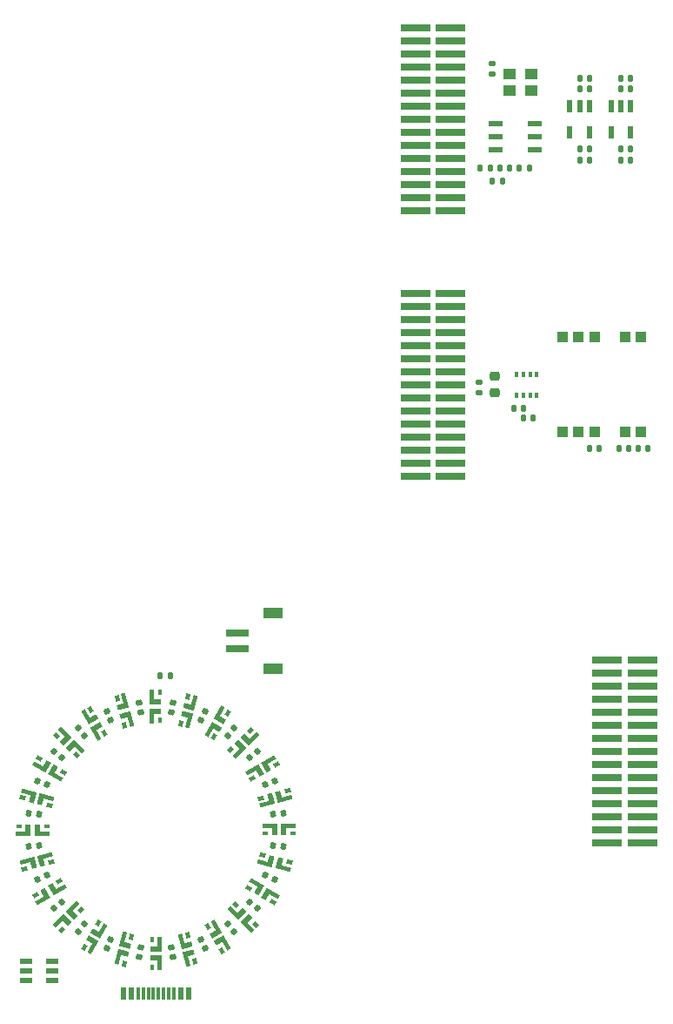
<source format=gbr>
%TF.GenerationSoftware,KiCad,Pcbnew,8.0.3*%
%TF.CreationDate,2024-06-12T08:46:35+02:00*%
%TF.ProjectId,EVT-PCB,4556542d-5043-4422-9e6b-696361645f70,rev?*%
%TF.SameCoordinates,PX3d6aa80PY9402a00*%
%TF.FileFunction,Paste,Top*%
%TF.FilePolarity,Positive*%
%FSLAX46Y46*%
G04 Gerber Fmt 4.6, Leading zero omitted, Abs format (unit mm)*
G04 Created by KiCad (PCBNEW 8.0.3) date 2024-06-12 08:46:35*
%MOMM*%
%LPD*%
G01*
G04 APERTURE LIST*
G04 Aperture macros list*
%AMRoundRect*
0 Rectangle with rounded corners*
0 $1 Rounding radius*
0 $2 $3 $4 $5 $6 $7 $8 $9 X,Y pos of 4 corners*
0 Add a 4 corners polygon primitive as box body*
4,1,4,$2,$3,$4,$5,$6,$7,$8,$9,$2,$3,0*
0 Add four circle primitives for the rounded corners*
1,1,$1+$1,$2,$3*
1,1,$1+$1,$4,$5*
1,1,$1+$1,$6,$7*
1,1,$1+$1,$8,$9*
0 Add four rect primitives between the rounded corners*
20,1,$1+$1,$2,$3,$4,$5,0*
20,1,$1+$1,$4,$5,$6,$7,0*
20,1,$1+$1,$6,$7,$8,$9,0*
20,1,$1+$1,$8,$9,$2,$3,0*%
%AMRotRect*
0 Rectangle, with rotation*
0 The origin of the aperture is its center*
0 $1 length*
0 $2 width*
0 $3 Rotation angle, in degrees counterclockwise*
0 Add horizontal line*
21,1,$1,$2,0,0,$3*%
%AMFreePoly0*
4,1,7,0.787400,-0.304800,0.101600,-0.304800,0.101601,-1.269990,-0.304800,-1.269990,-0.304800,0.203200,0.787400,0.203200,0.787400,-0.304800,0.787400,-0.304800,$1*%
%AMFreePoly1*
4,1,7,0.304800,-1.269990,-0.101601,-1.269990,-0.101600,-0.304800,-0.787400,-0.304800,-0.787400,0.203200,0.304800,0.203200,0.304800,-1.269990,0.304800,-1.269990,$1*%
G04 Aperture macros list end*
%ADD10R,1.900000X1.100000*%
%ADD11R,2.300000X0.700000*%
%ADD12RoundRect,0.218750X0.256250X-0.218750X0.256250X0.218750X-0.256250X0.218750X-0.256250X-0.218750X0*%
%ADD13RoundRect,0.140000X0.140000X0.170000X-0.140000X0.170000X-0.140000X-0.170000X0.140000X-0.170000X0*%
%ADD14FreePoly0,45.000000*%
%ADD15RotRect,0.558800X0.406400X135.000000*%
%ADD16FreePoly1,225.000000*%
%ADD17FreePoly0,345.000000*%
%ADD18RotRect,0.558800X0.406400X75.000000*%
%ADD19FreePoly1,165.000000*%
%ADD20R,2.920000X0.740000*%
%ADD21FreePoly0,255.000000*%
%ADD22RotRect,0.558800X0.406400X345.000000*%
%ADD23FreePoly1,75.000000*%
%ADD24RoundRect,0.140000X0.186819X-0.116613X0.150272X0.160992X-0.186819X0.116613X-0.150272X-0.160992X0*%
%ADD25R,1.346200X0.533400*%
%ADD26R,1.200000X0.600000*%
%ADD27RoundRect,0.140000X-0.220097X0.007580X-0.049643X-0.214559X0.220097X-0.007580X0.049643X0.214559X0*%
%ADD28RoundRect,0.140000X0.103484X-0.194399X0.210635X0.064287X-0.103484X0.194399X-0.210635X-0.064287X0*%
%ADD29R,0.600000X1.200000*%
%ADD30R,1.300000X1.100000*%
%ADD31RoundRect,0.140000X0.064287X0.210635X-0.194399X0.103484X-0.064287X-0.210635X0.194399X-0.103484X0*%
%ADD32RoundRect,0.135000X0.135000X0.185000X-0.135000X0.185000X-0.135000X-0.185000X0.135000X-0.185000X0*%
%ADD33RoundRect,0.140000X-0.170000X0.140000X-0.170000X-0.140000X0.170000X-0.140000X0.170000X0.140000X0*%
%ADD34FreePoly0,270.000000*%
%ADD35R,0.558800X0.406400*%
%ADD36FreePoly1,90.000000*%
%ADD37FreePoly0,240.000000*%
%ADD38RotRect,0.558800X0.406400X330.000000*%
%ADD39FreePoly1,60.000000*%
%ADD40R,1.000000X1.000000*%
%ADD41RoundRect,0.140000X-0.210635X0.064287X-0.103484X-0.194399X0.210635X-0.064287X0.103484X0.194399X0*%
%ADD42FreePoly0,120.000000*%
%ADD43RotRect,0.558800X0.406400X210.000000*%
%ADD44FreePoly1,300.000000*%
%ADD45FreePoly0,90.000000*%
%ADD46FreePoly1,270.000000*%
%ADD47FreePoly0,165.000000*%
%ADD48RotRect,0.558800X0.406400X255.000000*%
%ADD49FreePoly1,345.000000*%
%ADD50FreePoly0,195.000000*%
%ADD51RotRect,0.558800X0.406400X285.000000*%
%ADD52FreePoly1,15.000000*%
%ADD53R,0.600000X1.150000*%
%ADD54R,0.300000X1.150000*%
%ADD55R,0.350000X0.500000*%
%ADD56RoundRect,0.140000X-0.049643X0.214559X-0.220097X-0.007580X0.049643X-0.214559X0.220097X0.007580X0*%
%ADD57RoundRect,0.140000X-0.116613X-0.186819X0.160992X-0.150272X0.116613X0.186819X-0.160992X0.150272X0*%
%ADD58FreePoly0,75.000000*%
%ADD59RotRect,0.558800X0.406400X165.000000*%
%ADD60FreePoly1,255.000000*%
%ADD61RoundRect,0.140000X0.049643X-0.214559X0.220097X0.007580X-0.049643X0.214559X-0.220097X-0.007580X0*%
%ADD62FreePoly0,210.000000*%
%ADD63RotRect,0.558800X0.406400X300.000000*%
%ADD64FreePoly1,30.000000*%
%ADD65FreePoly0,0.000000*%
%ADD66R,0.406400X0.558800*%
%ADD67FreePoly1,180.000000*%
%ADD68FreePoly0,330.000000*%
%ADD69RotRect,0.558800X0.406400X60.000000*%
%ADD70FreePoly1,150.000000*%
%ADD71RoundRect,0.140000X0.220097X-0.007580X0.049643X0.214559X-0.220097X0.007580X-0.049643X-0.214559X0*%
%ADD72RoundRect,0.140000X-0.103484X0.194399X-0.210635X-0.064287X0.103484X-0.194399X0.210635X0.064287X0*%
%ADD73RoundRect,0.140000X-0.007580X-0.220097X0.214559X-0.049643X0.007580X0.220097X-0.214559X0.049643X0*%
%ADD74RoundRect,0.135000X-0.185000X0.135000X-0.185000X-0.135000X0.185000X-0.135000X0.185000X0.135000X0*%
%ADD75RoundRect,0.140000X0.210635X-0.064287X0.103484X0.194399X-0.210635X0.064287X-0.103484X-0.194399X0*%
%ADD76RoundRect,0.140000X0.007580X0.220097X-0.214559X0.049643X-0.007580X-0.220097X0.214559X-0.049643X0*%
%ADD77RoundRect,0.140000X-0.214559X-0.049643X0.007580X-0.220097X0.214559X0.049643X-0.007580X0.220097X0*%
%ADD78RoundRect,0.140000X0.116613X0.186819X-0.160992X0.150272X-0.116613X-0.186819X0.160992X-0.150272X0*%
%ADD79FreePoly0,30.000000*%
%ADD80RotRect,0.558800X0.406400X120.000000*%
%ADD81FreePoly1,210.000000*%
%ADD82FreePoly0,315.000000*%
%ADD83RotRect,0.558800X0.406400X45.000000*%
%ADD84FreePoly1,135.000000*%
%ADD85RoundRect,0.140000X-0.140000X-0.170000X0.140000X-0.170000X0.140000X0.170000X-0.140000X0.170000X0*%
%ADD86RoundRect,0.140000X0.150272X-0.160992X0.186819X0.116613X-0.150272X0.160992X-0.186819X-0.116613X0*%
%ADD87FreePoly0,15.000000*%
%ADD88RotRect,0.558800X0.406400X105.000000*%
%ADD89FreePoly1,195.000000*%
%ADD90FreePoly0,300.000000*%
%ADD91RotRect,0.558800X0.406400X30.000000*%
%ADD92FreePoly1,120.000000*%
%ADD93RoundRect,0.140000X-0.064287X-0.210635X0.194399X-0.103484X0.064287X0.210635X-0.194399X0.103484X0*%
%ADD94RoundRect,0.140000X-0.194399X-0.103484X0.064287X-0.210635X0.194399X0.103484X-0.064287X0.210635X0*%
%ADD95FreePoly0,135.000000*%
%ADD96RotRect,0.558800X0.406400X225.000000*%
%ADD97FreePoly1,315.000000*%
%ADD98FreePoly0,150.000000*%
%ADD99RotRect,0.558800X0.406400X240.000000*%
%ADD100FreePoly1,330.000000*%
%ADD101RoundRect,0.140000X0.160992X0.150272X-0.116613X0.186819X-0.160992X-0.150272X0.116613X-0.186819X0*%
%ADD102RoundRect,0.140000X0.214559X0.049643X-0.007580X0.220097X-0.214559X-0.049643X0.007580X-0.220097X0*%
%ADD103FreePoly0,285.000000*%
%ADD104RotRect,0.558800X0.406400X15.000000*%
%ADD105FreePoly1,105.000000*%
%ADD106FreePoly0,105.000000*%
%ADD107RotRect,0.558800X0.406400X195.000000*%
%ADD108FreePoly1,285.000000*%
%ADD109RoundRect,0.140000X-0.186819X0.116613X-0.150272X-0.160992X0.186819X-0.116613X0.150272X0.160992X0*%
%ADD110FreePoly0,60.000000*%
%ADD111RotRect,0.558800X0.406400X150.000000*%
%ADD112FreePoly1,240.000000*%
%ADD113RoundRect,0.140000X-0.160992X-0.150272X0.116613X-0.186819X0.160992X0.150272X-0.116613X0.186819X0*%
%ADD114RoundRect,0.140000X0.194399X0.103484X-0.064287X0.210635X-0.194399X-0.103484X0.064287X-0.210635X0*%
%ADD115RoundRect,0.140000X-0.150272X0.160992X-0.186819X-0.116613X0.150272X-0.160992X0.186819X0.116613X0*%
%ADD116FreePoly0,180.000000*%
%ADD117FreePoly1,0.000000*%
%ADD118FreePoly0,225.000000*%
%ADD119RotRect,0.558800X0.406400X315.000000*%
%ADD120FreePoly1,45.000000*%
G04 APERTURE END LIST*
D10*
%TO.C,J401*%
X38700000Y43000000D03*
X38700000Y37600000D03*
D11*
X35200000Y39550000D03*
X35200000Y41050000D03*
%TD*%
D12*
%TO.C,D1201*%
X60250000Y64412500D03*
X60250000Y65987500D03*
%TD*%
D13*
%TO.C,C1202*%
X73330000Y59000000D03*
X72370000Y59000000D03*
%TD*%
D14*
%TO.C,D510*%
X35864799Y12983667D03*
D15*
X36986832Y12707082D03*
X35077644Y14616270D03*
D16*
X35356557Y13493545D03*
%TD*%
D17*
%TO.C,D514*%
X23860628Y10024501D03*
D18*
X24182115Y8914499D03*
X24880926Y11522498D03*
D19*
X24048075Y10719590D03*
%TD*%
D20*
%TO.C,J1101*%
X52553000Y99890000D03*
X55983000Y99890000D03*
X52553000Y98620000D03*
X55983000Y98620000D03*
X52553000Y97350000D03*
X55983000Y97350000D03*
X52553000Y96080000D03*
X55983000Y96080000D03*
X52553000Y94810000D03*
X55983000Y94810000D03*
X52553000Y93540000D03*
X55983000Y93540000D03*
X52553000Y92270000D03*
X55983000Y92270000D03*
X52553000Y91000000D03*
X55983000Y91000000D03*
X52553000Y89730000D03*
X55983000Y89730000D03*
X52553000Y88460000D03*
X55983000Y88460000D03*
X52553000Y87190000D03*
X55983000Y87190000D03*
X52553000Y85920000D03*
X55983000Y85920000D03*
X52553000Y84650000D03*
X55983000Y84650000D03*
X52553000Y83380000D03*
X55983000Y83380000D03*
X52553000Y82110000D03*
X55983000Y82110000D03*
%TD*%
D21*
%TO.C,D520*%
X15424500Y25339372D03*
D22*
X14314498Y25017885D03*
X16922497Y24319074D03*
D23*
X16119589Y25151925D03*
%TD*%
D24*
%TO.C,C527*%
X25796338Y33321441D03*
X25671032Y34273235D03*
%TD*%
D25*
%TO.C,U1104*%
X60345000Y90570000D03*
X60345000Y89300000D03*
X60345000Y88030000D03*
X64155000Y88030000D03*
X64155000Y89300000D03*
X64155000Y90570000D03*
%TD*%
D13*
%TO.C,C1106*%
X61730000Y86300000D03*
X60770000Y86300000D03*
%TD*%
D26*
%TO.C,D301*%
X17150000Y7250000D03*
X17150000Y8200000D03*
X17150000Y9150000D03*
X14650000Y9150000D03*
X14650000Y8200000D03*
X14650000Y7250000D03*
%TD*%
D27*
%TO.C,C513*%
X34312932Y12760569D03*
X34897342Y11998951D03*
%TD*%
D28*
%TO.C,C505*%
X31708513Y32543093D03*
X32075889Y33430017D03*
%TD*%
D29*
%TO.C,U1101*%
X69500000Y92250000D03*
X68550000Y92250000D03*
X67600000Y92250000D03*
X67600000Y89750000D03*
X69500000Y89750000D03*
%TD*%
D30*
%TO.C,X1101*%
X63800000Y95425000D03*
X61700000Y95425000D03*
X61700000Y93775000D03*
X63800000Y93775000D03*
%TD*%
D31*
%TO.C,C508*%
X38830016Y26675889D03*
X37943092Y26308513D03*
%TD*%
D32*
%TO.C,R1101*%
X63660000Y86300000D03*
X62640000Y86300000D03*
%TD*%
D33*
%TO.C,C1101*%
X60000000Y96380000D03*
X60000000Y95420000D03*
%TD*%
D34*
%TO.C,D507*%
X38938973Y22148572D03*
D35*
X37950000Y21550750D03*
X40650000Y21550750D03*
D36*
X39658892Y22147415D03*
%TD*%
D37*
%TO.C,D509*%
X37503931Y16295783D03*
D38*
X36348545Y16272541D03*
X38686813Y14922541D03*
D39*
X38126821Y15934822D03*
%TD*%
D40*
%TO.C,U1201*%
X74550000Y69825000D03*
X72950000Y69825000D03*
X70050000Y69825000D03*
X68450000Y69825000D03*
X66850000Y69825000D03*
X66850000Y60575000D03*
X68450000Y60575000D03*
X70050000Y60575000D03*
X72950000Y60575000D03*
X74550000Y60575000D03*
%TD*%
D13*
%TO.C,C1108*%
X73500000Y93925000D03*
X72540000Y93925000D03*
%TD*%
D41*
%TO.C,C526*%
X22524110Y33430017D03*
X22891486Y32543093D03*
%TD*%
D42*
%TO.C,D517*%
X17344640Y15865244D03*
D43*
X17902204Y16877459D03*
X15563936Y15527459D03*
D44*
X16720593Y15506286D03*
%TD*%
D13*
%TO.C,C1206*%
X64035000Y61975000D03*
X63075000Y61975000D03*
%TD*%
D45*
%TO.C,D519*%
X15661027Y21651428D03*
D35*
X16650000Y22249250D03*
X13950000Y22249250D03*
D46*
X14941108Y21652585D03*
%TD*%
D47*
%TO.C,D502*%
X30739371Y33775500D03*
D48*
X30417884Y34885502D03*
X29719073Y32277503D03*
D49*
X30551924Y33080411D03*
%TD*%
D50*
%TO.C,D524*%
X24340831Y33904170D03*
D51*
X23507416Y34704717D03*
X24206227Y32096718D03*
D52*
X24526044Y33208483D03*
%TD*%
D53*
%TO.C,J301*%
X24100000Y5980000D03*
X24900000Y5980000D03*
D54*
X26050000Y5980000D03*
X27050000Y5980000D03*
X27550000Y5980000D03*
X28550000Y5980000D03*
D53*
X30500000Y5980000D03*
X29700000Y5980000D03*
D54*
X29050000Y5980000D03*
X28050000Y5980000D03*
X26550000Y5980000D03*
X25550000Y5980000D03*
%TD*%
D13*
%TO.C,C1107*%
X73500000Y95000000D03*
X72540000Y95000000D03*
%TD*%
%TO.C,C1109*%
X73500000Y88125000D03*
X72540000Y88125000D03*
%TD*%
D55*
%TO.C,U1202*%
X62425000Y66225000D03*
X63075000Y66225000D03*
X63725000Y66225000D03*
X64375000Y66225000D03*
X64375000Y64175000D03*
X63725000Y64175000D03*
X63075000Y64175000D03*
X62425000Y64175000D03*
%TD*%
D56*
%TO.C,C506*%
X34897342Y31801049D03*
X34312932Y31039431D03*
%TD*%
D57*
%TO.C,C509*%
X38721444Y23403663D03*
X39673230Y23528967D03*
%TD*%
D58*
%TO.C,D508*%
X39175499Y18460629D03*
D59*
X40285501Y18782116D03*
X37677502Y19480927D03*
D60*
X38480410Y18648076D03*
%TD*%
D29*
%TO.C,U1103*%
X73500000Y92250000D03*
X72550000Y92250000D03*
X71600000Y92250000D03*
X71600000Y89750000D03*
X73500000Y89750000D03*
%TD*%
D61*
%TO.C,C518*%
X19702658Y11998952D03*
X20287068Y12760570D03*
%TD*%
D62*
%TO.C,D511*%
X33334756Y11944641D03*
D63*
X32322541Y12502205D03*
X33672541Y10163937D03*
D64*
X33693714Y11320594D03*
%TD*%
D65*
%TO.C,D501*%
X27051428Y33538973D03*
D66*
X27649250Y32550000D03*
X27649250Y35250000D03*
D67*
X27052585Y34258892D03*
%TD*%
D20*
%TO.C,J1303*%
X74647000Y20660000D03*
X71217000Y20660000D03*
X74647000Y21930000D03*
X71217000Y21930000D03*
X74647000Y23200000D03*
X71217000Y23200000D03*
X74647000Y24470000D03*
X71217000Y24470000D03*
X74647000Y25740000D03*
X71217000Y25740000D03*
X74647000Y27010000D03*
X71217000Y27010000D03*
X74647000Y28280000D03*
X71217000Y28280000D03*
X74647000Y29550000D03*
X71217000Y29550000D03*
X74647000Y30820000D03*
X71217000Y30820000D03*
X74647000Y32090000D03*
X71217000Y32090000D03*
X74647000Y33360000D03*
X71217000Y33360000D03*
X74647000Y34630000D03*
X71217000Y34630000D03*
X74647000Y35900000D03*
X71217000Y35900000D03*
X74647000Y37170000D03*
X71217000Y37170000D03*
X74647000Y38440000D03*
X71217000Y38440000D03*
%TD*%
D68*
%TO.C,D503*%
X32904217Y32103932D03*
D69*
X32927459Y30948546D03*
X34277459Y33286814D03*
D70*
X33265178Y32726822D03*
%TD*%
D71*
%TO.C,C525*%
X20287067Y31039432D03*
X19702657Y31801050D03*
%TD*%
D72*
%TO.C,C517*%
X22891486Y11256909D03*
X22524110Y10369985D03*
%TD*%
D73*
%TO.C,C507*%
X36439431Y28912933D03*
X37201049Y29497343D03*
%TD*%
D74*
%TO.C,R1201*%
X58800000Y65430000D03*
X58800000Y64410000D03*
%TD*%
D75*
%TO.C,C514*%
X32075889Y10369984D03*
X31708513Y11256908D03*
%TD*%
D76*
%TO.C,C519*%
X18160568Y14887068D03*
X17398950Y14302658D03*
%TD*%
D13*
%TO.C,C1104*%
X69500000Y88125000D03*
X68540000Y88125000D03*
%TD*%
D77*
%TO.C,C524*%
X17398951Y29497342D03*
X18160569Y28912932D03*
%TD*%
D78*
%TO.C,C521*%
X15878555Y20396338D03*
X14926769Y20271034D03*
%TD*%
D79*
%TO.C,D523*%
X21265243Y31855360D03*
D80*
X22277458Y31297796D03*
X20927458Y33636064D03*
D81*
X20906285Y32479407D03*
%TD*%
D82*
%TO.C,D516*%
X18383666Y13335201D03*
D83*
X18107081Y12213168D03*
X20016269Y14122356D03*
D84*
X18893544Y13843443D03*
%TD*%
D20*
%TO.C,J1201*%
X52553000Y74090000D03*
X55983000Y74090000D03*
X52553000Y72820000D03*
X55983000Y72820000D03*
X52553000Y71550000D03*
X55983000Y71550000D03*
X52553000Y70280000D03*
X55983000Y70280000D03*
X52553000Y69010000D03*
X55983000Y69010000D03*
X52553000Y67740000D03*
X55983000Y67740000D03*
X52553000Y66470000D03*
X55983000Y66470000D03*
X52553000Y65200000D03*
X55983000Y65200000D03*
X52553000Y63930000D03*
X55983000Y63930000D03*
X52553000Y62660000D03*
X55983000Y62660000D03*
X52553000Y61390000D03*
X55983000Y61390000D03*
X52553000Y60120000D03*
X55983000Y60120000D03*
X52553000Y58850000D03*
X55983000Y58850000D03*
X52553000Y57580000D03*
X55983000Y57580000D03*
X52553000Y56310000D03*
X55983000Y56310000D03*
%TD*%
D32*
%TO.C,R1103*%
X61060000Y85000000D03*
X60040000Y85000000D03*
%TD*%
D85*
%TO.C,C1205*%
X62115000Y62900000D03*
X63075000Y62900000D03*
%TD*%
D86*
%TO.C,C516*%
X25671033Y9526765D03*
X25796339Y10478559D03*
%TD*%
D87*
%TO.C,D512*%
X30259168Y9895831D03*
D88*
X31092583Y9095284D03*
X30393772Y11703283D03*
D89*
X30073955Y10591518D03*
%TD*%
D90*
%TO.C,D505*%
X37255359Y27934756D03*
D91*
X36697795Y26922541D03*
X39036063Y28272541D03*
D92*
X37879406Y28293714D03*
%TD*%
D93*
%TO.C,C520*%
X15769983Y17124111D03*
X16656907Y17491487D03*
%TD*%
D94*
%TO.C,C511*%
X37943092Y17491487D03*
X38830016Y17124111D03*
%TD*%
D95*
%TO.C,D504*%
X36216333Y30464800D03*
D96*
X36492918Y31586833D03*
X34583730Y29677645D03*
D97*
X35706455Y29956558D03*
%TD*%
D98*
%TO.C,D515*%
X21695783Y11696069D03*
D99*
X21672541Y12851455D03*
X20322541Y10513187D03*
D100*
X21334822Y11073179D03*
%TD*%
D101*
%TO.C,C510*%
X39673235Y20271033D03*
X38721441Y20396339D03*
%TD*%
D102*
%TO.C,C512*%
X37201048Y14302658D03*
X36439430Y14887068D03*
%TD*%
D103*
%TO.C,D518*%
X15295830Y18940832D03*
D104*
X14495283Y18107417D03*
X17103282Y18806228D03*
D105*
X15991517Y19126045D03*
%TD*%
D106*
%TO.C,D506*%
X39304169Y24859169D03*
D107*
X40104716Y25692584D03*
X37496717Y24993773D03*
D108*
X38608482Y24673956D03*
%TD*%
D109*
%TO.C,C515*%
X28803662Y10478556D03*
X28928966Y9526770D03*
%TD*%
D110*
%TO.C,D521*%
X17096068Y27504217D03*
D111*
X18251454Y27527459D03*
X15913186Y28877459D03*
D112*
X16473178Y27865178D03*
%TD*%
D13*
%TO.C,C1203*%
X70450000Y59000000D03*
X69490000Y59000000D03*
%TD*%
D113*
%TO.C,C522*%
X14926765Y23528967D03*
X15878559Y23403661D03*
%TD*%
D114*
%TO.C,C523*%
X16656908Y26308514D03*
X15769984Y26675890D03*
%TD*%
D13*
%TO.C,C1105*%
X69500000Y87000000D03*
X68540000Y87000000D03*
%TD*%
D115*
%TO.C,C504*%
X28928966Y34273231D03*
X28803662Y33321445D03*
%TD*%
D116*
%TO.C,D513*%
X27548572Y10261027D03*
D66*
X26950750Y11250000D03*
X26950750Y8550000D03*
D117*
X27547415Y9541108D03*
%TD*%
D13*
%TO.C,C1103*%
X69500000Y93925000D03*
X68540000Y93925000D03*
%TD*%
D32*
%TO.C,R502*%
X28670000Y36900000D03*
X27650000Y36900000D03*
%TD*%
%TO.C,R1102*%
X59860000Y86300000D03*
X58840000Y86300000D03*
%TD*%
D13*
%TO.C,C1110*%
X73500000Y87000000D03*
X72540000Y87000000D03*
%TD*%
D85*
%TO.C,C1201*%
X74220000Y59000000D03*
X75180000Y59000000D03*
%TD*%
D13*
%TO.C,C1102*%
X69500000Y95000000D03*
X68540000Y95000000D03*
%TD*%
D118*
%TO.C,D522*%
X18735200Y30816334D03*
D119*
X17613167Y31092919D03*
X19522355Y29183731D03*
D120*
X19243442Y30306456D03*
%TD*%
M02*

</source>
